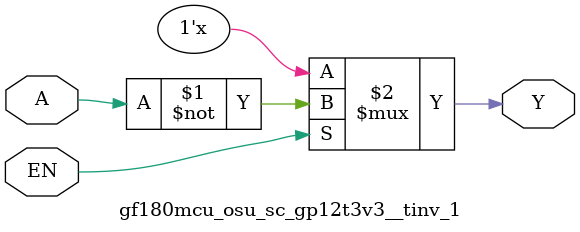
<source format=v>
`timescale 1ns/10ps
`celldefine
module gf180mcu_osu_sc_gp12t3v3__tinv_1 (Y, A, EN);
	output Y;
	input A, EN;

	// Function
	notif1 (Y, A, EN);

	// Timing
	specify
		(A => Y) = 0;
		(EN => Y) = 0;
	endspecify
endmodule
`endcelldefine

</source>
